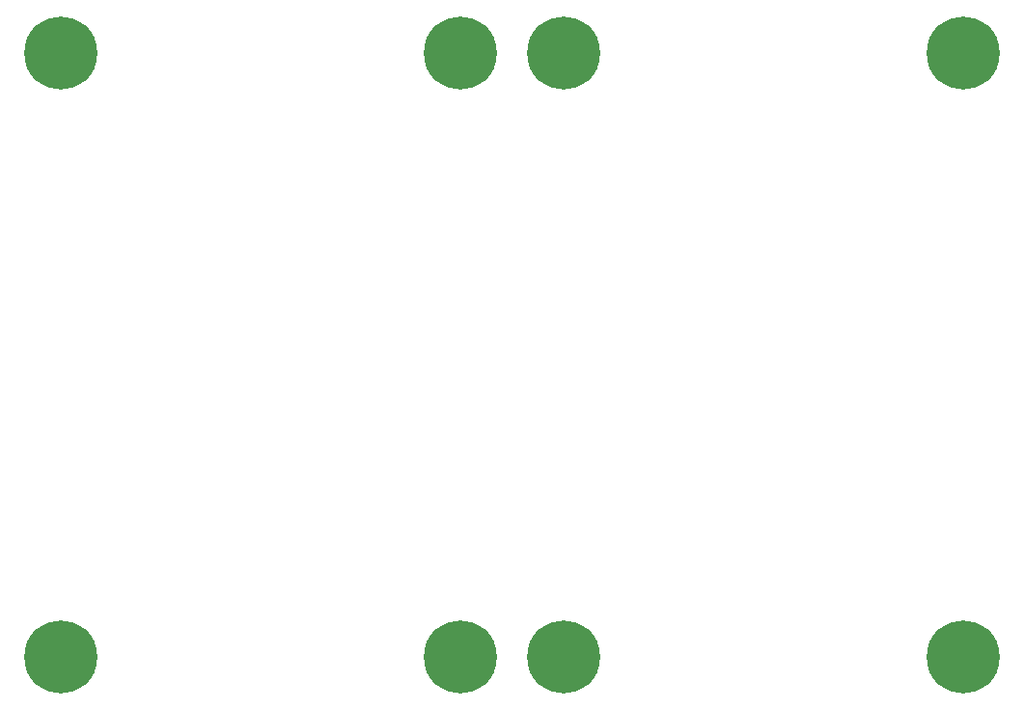
<source format=gbs>
G04 #@! TF.GenerationSoftware,KiCad,Pcbnew,(5.1.0)-1*
G04 #@! TF.CreationDate,2019-06-11T15:23:59-04:00*
G04 #@! TF.ProjectId,top and bottom case,746f7020-616e-4642-9062-6f74746f6d20,rev?*
G04 #@! TF.SameCoordinates,PX528a7e4PY5879c7c*
G04 #@! TF.FileFunction,Soldermask,Bot*
G04 #@! TF.FilePolarity,Negative*
%FSLAX46Y46*%
G04 Gerber Fmt 4.6, Leading zero omitted, Abs format (unit mm)*
G04 Created by KiCad (PCBNEW (5.1.0)-1) date 2019-06-11 15:23:59*
%MOMM*%
%LPD*%
G04 APERTURE LIST*
%ADD10C,0.800000*%
%ADD11C,6.400000*%
G04 APERTURE END LIST*
D10*
X64443556Y29022556D03*
X62746500Y29725500D03*
X61049444Y29022556D03*
X60346500Y27325500D03*
X61049444Y25628444D03*
X62746500Y24925500D03*
X64443556Y25628444D03*
X65146500Y27325500D03*
D11*
X62746500Y27325500D03*
X27677500Y27325500D03*
D10*
X30077500Y27325500D03*
X29374556Y25628444D03*
X27677500Y24925500D03*
X25980444Y25628444D03*
X25277500Y27325500D03*
X25980444Y29022556D03*
X27677500Y29725500D03*
X29374556Y29022556D03*
X29374556Y-23977444D03*
X27677500Y-23274500D03*
X25980444Y-23977444D03*
X25277500Y-25674500D03*
X25980444Y-27371556D03*
X27677500Y-28074500D03*
X29374556Y-27371556D03*
X30077500Y-25674500D03*
D11*
X27677500Y-25674500D03*
X62746500Y-25674500D03*
D10*
X65146500Y-25674500D03*
X64443556Y-27371556D03*
X62746500Y-28074500D03*
X61049444Y-27371556D03*
X60346500Y-25674500D03*
X61049444Y-23977444D03*
X62746500Y-23274500D03*
X64443556Y-23977444D03*
D11*
X-16391500Y-25674500D03*
D10*
X-13991500Y-25674500D03*
X-14694444Y-27371556D03*
X-16391500Y-28074500D03*
X-18088556Y-27371556D03*
X-18791500Y-25674500D03*
X-18088556Y-23977444D03*
X-16391500Y-23274500D03*
X-14694444Y-23977444D03*
X-14694444Y29022556D03*
X-16391500Y29725500D03*
X-18088556Y29022556D03*
X-18791500Y27325500D03*
X-18088556Y25628444D03*
X-16391500Y24925500D03*
X-14694444Y25628444D03*
X-13991500Y27325500D03*
D11*
X-16391500Y27325500D03*
X18677500Y27325500D03*
D10*
X21077500Y27325500D03*
X20374556Y25628444D03*
X18677500Y24925500D03*
X16980444Y25628444D03*
X16277500Y27325500D03*
X16980444Y29022556D03*
X18677500Y29725500D03*
X20374556Y29022556D03*
X20374556Y-23977444D03*
X18677500Y-23274500D03*
X16980444Y-23977444D03*
X16277500Y-25674500D03*
X16980444Y-27371556D03*
X18677500Y-28074500D03*
X20374556Y-27371556D03*
X21077500Y-25674500D03*
D11*
X18677500Y-25674500D03*
M02*

</source>
